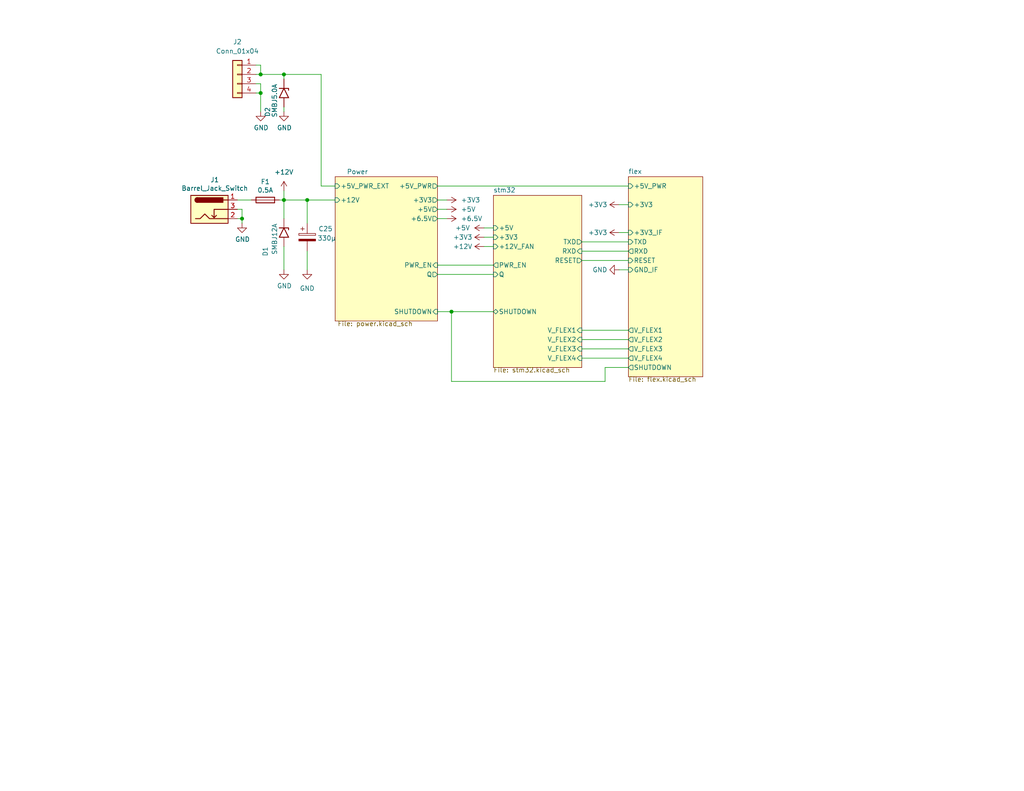
<source format=kicad_sch>
(kicad_sch (version 20231120) (generator "eeschema") (generator_version "8.0")
  (paper "A")
  (title_block (title "bitaxeHex") (date "2023-12-28") (rev "302"))
  (lib_symbols
    (symbol "Connector:Barrel_Jack_Switch" (pin_names hide)
      (property "Reference" "J" (at 0 5.334 0))
      (property "Value" "Barrel_Jack_Switch" (at 0 -5.08 0))
      (symbol "Barrel_Jack_Switch_0_1"
        (rectangle (start -5.08 3.81) (end 5.08 -3.81) (stroke (width 0.254)) (fill (type background)))
        (arc (start -3.302 3.175) (mid -3.9343 2.54) (end -3.302 1.905) (stroke (width 0.254)))
        (arc (start -3.302 3.175) (mid -3.9343 2.54) (end -3.302 1.905) (stroke (width 0.254)) (fill (type outline)))
        (polyline (pts (xy 1.27 -2.286) (xy 1.905 -1.651)) (stroke (width 0.254)))
        (polyline (pts (xy 5.08 2.54) (xy 3.81 2.54)) (stroke (width 0.254)))
        (polyline (pts (xy 5.08 0) (xy 1.27 0) (xy 1.27 -2.286) (xy 0.635 -1.651)) (stroke (width 0.254)))
        (polyline (pts (xy -3.81 -2.54) (xy -2.54 -2.54) (xy -1.27 -1.27) (xy 0 -2.54) (xy 2.54 -2.54) (xy 5.08 -2.54)) (stroke (width 0.254)))
        (rectangle (start 3.683 3.175) (end -3.302 1.905) (stroke (width 0.254)) (fill (type outline)))
      )
      (symbol "Barrel_Jack_Switch_1_1"
        (pin passive line (at 7.62 2.54 180) (length 2.54) (name "~") (number "1"))
        (pin passive line (at 7.62 -2.54 180) (length 2.54) (name "~") (number "2"))
        (pin passive line (at 7.62 0 180) (length 2.54) (name "~") (number "3"))
      )
    )
    (symbol "Connector_Generic:Conn_01x04" (pin_names (offset 1.016) hide)
      (property "Reference" "J" (at 0 5.08 0))
      (property "Value" "Conn_01x04" (at 0 -7.62 0))
      (symbol "Conn_01x04_1_1"
        (rectangle (start -1.27 -4.953) (end 0 -5.207) (stroke (width 0.1524)))
        (rectangle (start -1.27 -2.413) (end 0 -2.667) (stroke (width 0.1524)))
        (rectangle (start -1.27 0.127) (end 0 -0.127) (stroke (width 0.1524)))
        (rectangle (start -1.27 2.667) (end 0 2.413) (stroke (width 0.1524)))
        (rectangle (start -1.27 3.81) (end 1.27 -6.35) (stroke (width 0.254)) (fill (type background)))
        (pin passive line (at -5.08 2.54 0) (length 3.81) (name "Pin_1") (number "1"))
        (pin passive line (at -5.08 0 0) (length 3.81) (name "Pin_2") (number "2"))
        (pin passive line (at -5.08 -2.54 0) (length 3.81) (name "Pin_3") (number "3"))
        (pin passive line (at -5.08 -5.08 0) (length 3.81) (name "Pin_4") (number "4"))
      )
    )
    (symbol "Device:C_Polarized" (pin_numbers hide) (pin_names (offset 0.254))
      (property "Reference" "C" (at 0.635 2.54 0))
      (property "Value" "C_Polarized" (at 0.635 -2.54 0))
      (symbol "C_Polarized_0_1"
        (rectangle (start -2.286 0.508) (end 2.286 1.016))
        (polyline (pts (xy -1.778 2.286) (xy -0.762 2.286)))
        (polyline (pts (xy -1.27 2.794) (xy -1.27 1.778)))
        (rectangle (start 2.286 -0.508) (end -2.286 -1.016) (fill (type outline)))
      )
      (symbol "C_Polarized_1_1"
        (pin passive line (at 0 3.81 270) (length 2.794) (name "~") (number "1"))
        (pin passive line (at 0 -3.81 90) (length 2.794) (name "~") (number "2"))
      )
    )
    (symbol "Device:Fuse" (pin_numbers hide) (pin_names (offset 0))
      (property "Reference" "F" (at 2.032 0 90))
      (property "Value" "Fuse" (at -1.905 0 90))
      (symbol "Fuse_0_1"
        (rectangle (start -0.762 -2.54) (end 0.762 2.54) (stroke (width 0.254)))
        (polyline (pts (xy 0 2.54) (xy 0 -2.54)))
      )
      (symbol "Fuse_1_1"
        (pin passive line (at 0 3.81 270) (length 1.27) (name "~") (number "1"))
        (pin passive line (at 0 -3.81 90) (length 1.27) (name "~") (number "2"))
      )
    )
    (symbol "Diode:5KPxxA" (pin_numbers hide) (pin_names (offset 1.016) hide)
      (property "Reference" "D" (at 0 2.54 0))
      (property "Value" "5KPxxA" (at 0 -2.54 0))
      (symbol "5KPxxA_0_1"
        (polyline (pts (xy -0.762 1.27) (xy -1.27 1.27) (xy -1.27 -1.27)) (stroke (width 0.254)))
        (polyline (pts (xy 1.27 1.27) (xy 1.27 -1.27) (xy -1.27 0) (xy 1.27 1.27)) (stroke (width 0.254)))
      )
      (symbol "5KPxxA_1_1"
        (pin passive line (at -3.81 0 0) (length 2.54) (name "A1") (number "1"))
        (pin passive line (at 3.81 0 180) (length 2.54) (name "A2") (number "2"))
      )
    )
    (symbol "GND_1" (power) (pin_names (offset 0))
      (property "Value" "GND_1" (at 0 -3.81 0))
      (symbol "GND_1_0_1"
        (polyline (pts (xy 0 0) (xy 0 -1.27) (xy 1.27 -1.27) (xy 0 -2.54) (xy -1.27 -1.27) (xy 0 -1.27)))
      )
      (symbol "GND_1_1_1"
        (pin power_in line (at 0 0 270) (length 0) hide (name "GND") (number "1"))
      )
    )
    (symbol "mylib7:+6.5V" (power) (pin_names (offset 0))
      (property "Value" "+6.5V" (at 0 4.445 0))
      (symbol "+6.5V_0_1"
        (polyline (pts (xy -0.762 1.27) (xy 0 2.54)))
        (polyline (pts (xy 0 0) (xy 0 2.54)))
        (polyline (pts (xy 0 2.54) (xy 0.762 1.27)))
      )
      (symbol "+6.5V_1_1"
        (pin power_in line (at 0 0 90) (length 0) hide (name "+5V") (number "1"))
      )
    )
    (symbol "power:+12V" (power) (pin_names (offset 0))
      (property "Value" "+12V" (at 0 3.556 0))
      (symbol "+12V_0_1"
        (polyline (pts (xy -0.762 1.27) (xy 0 2.54)))
        (polyline (pts (xy 0 0) (xy 0 2.54)))
        (polyline (pts (xy 0 2.54) (xy 0.762 1.27)))
      )
      (symbol "+12V_1_1"
        (pin power_in line (at 0 0 90) (length 0) hide (name "+12V") (number "1"))
      )
    )
    (symbol "power:+3V3" (power) (pin_names (offset 0))
      (property "Value" "+3V3" (at 0 3.556 0))
      (symbol "+3V3_0_1"
        (polyline (pts (xy -0.762 1.27) (xy 0 2.54)))
        (polyline (pts (xy 0 0) (xy 0 2.54)))
        (polyline (pts (xy 0 2.54) (xy 0.762 1.27)))
      )
      (symbol "+3V3_1_1"
        (pin power_in line (at 0 0 90) (length 0) hide (name "+3V3") (number "1"))
      )
    )
    (symbol "power:+5V" (power) (pin_names (offset 0))
      (property "Value" "+5V" (at 0 3.556 0))
      (symbol "+5V_0_1"
        (polyline (pts (xy -0.762 1.27) (xy 0 2.54)))
        (polyline (pts (xy 0 0) (xy 0 2.54)))
        (polyline (pts (xy 0 2.54) (xy 0.762 1.27)))
      )
      (symbol "+5V_1_1"
        (pin power_in line (at 0 0 90) (length 0) hide (name "+5V") (number "1"))
      )
    )
    (symbol "power:GND" (power) (pin_names (offset 0))
      (property "Value" "GND" (at 0 -3.81 0))
      (symbol "GND_0_1"
        (polyline (pts (xy 0 0) (xy 0 -1.27) (xy 1.27 -1.27) (xy 0 -2.54) (xy -1.27 -1.27) (xy 0 -1.27)))
      )
      (symbol "GND_1_1"
        (pin power_in line (at 0 0 270) (length 0) hide (name "GND") (number "1"))
      )
    )
  )
  (junction (at 77.47 54.61))
  (junction (at 123.19 85.09))
  (junction (at 66.04 59.69))
  (junction (at 71.12 25.4))
  (junction (at 83.82 54.61))
  (junction (at 77.47 20.32))
  (junction (at 71.12 20.32))
  (wire (pts (xy 168.91 63.5) (xy 171.45 63.5)))
  (wire (pts (xy 66.04 57.15) (xy 66.04 59.69)))
  (wire (pts (xy 69.85 17.78) (xy 71.12 17.78)))
  (wire (pts (xy 158.75 90.17) (xy 171.45 90.17)))
  (wire (pts (xy 64.77 57.15) (xy 66.04 57.15)))
  (wire (pts (xy 158.75 97.79) (xy 171.45 97.79)))
  (wire (pts (xy 83.82 54.61) (xy 91.44 54.61)))
  (wire (pts (xy 119.38 72.39) (xy 134.62 72.39)))
  (wire (pts (xy 119.38 54.61) (xy 121.92 54.61)))
  (wire (pts (xy 87.63 50.8) (xy 91.44 50.8)))
  (wire (pts (xy 64.77 59.69) (xy 66.04 59.69)))
  (wire (pts (xy 123.19 85.09) (xy 134.62 85.09)))
  (wire (pts (xy 119.38 74.93) (xy 134.62 74.93)))
  (wire (pts (xy 165.1 100.33) (xy 165.1 104.14)))
  (wire (pts (xy 171.45 100.33) (xy 165.1 100.33)))
  (wire (pts (xy 168.91 73.66) (xy 171.45 73.66)))
  (wire (pts (xy 119.38 85.09) (xy 123.19 85.09)))
  (wire (pts (xy 158.75 66.04) (xy 171.45 66.04)))
  (wire (pts (xy 158.75 68.58) (xy 171.45 68.58)))
  (wire (pts (xy 87.63 20.32) (xy 87.63 50.8)))
  (wire (pts (xy 71.12 22.86) (xy 69.85 22.86)))
  (wire (pts (xy 71.12 25.4) (xy 71.12 22.86)))
  (wire (pts (xy 123.19 85.09) (xy 123.19 104.14)))
  (wire (pts (xy 119.38 50.8) (xy 171.45 50.8)))
  (wire (pts (xy 77.47 54.61) (xy 83.82 54.61)))
  (wire (pts (xy 83.82 54.61) (xy 83.82 60.96)))
  (wire (pts (xy 158.75 92.71) (xy 171.45 92.71)))
  (wire (pts (xy 77.47 59.69) (xy 77.47 54.61)))
  (wire (pts (xy 83.82 68.58) (xy 83.82 73.66)))
  (wire (pts (xy 87.63 20.32) (xy 77.47 20.32)))
  (wire (pts (xy 165.1 104.14) (xy 123.19 104.14)))
  (wire (pts (xy 158.75 71.12) (xy 171.45 71.12)))
  (wire (pts (xy 77.47 73.66) (xy 77.47 67.31)))
  (wire (pts (xy 132.08 64.77) (xy 134.62 64.77)))
  (wire (pts (xy 64.77 54.61) (xy 68.58 54.61)))
  (wire (pts (xy 158.75 95.25) (xy 171.45 95.25)))
  (wire (pts (xy 119.38 57.15) (xy 121.92 57.15)))
  (wire (pts (xy 77.47 20.32) (xy 77.47 21.59)))
  (wire (pts (xy 132.08 62.23) (xy 134.62 62.23)))
  (wire (pts (xy 66.04 59.69) (xy 66.04 60.96)))
  (wire (pts (xy 119.38 59.69) (xy 121.92 59.69)))
  (wire (pts (xy 132.08 67.31) (xy 134.62 67.31)))
  (wire (pts (xy 77.47 29.21) (xy 77.47 30.48)))
  (wire (pts (xy 77.47 52.07) (xy 77.47 54.61)))
  (wire (pts (xy 76.2 54.61) (xy 77.47 54.61)))
  (wire (pts (xy 69.85 20.32) (xy 71.12 20.32)))
  (wire (pts (xy 71.12 25.4) (xy 71.12 30.48)))
  (wire (pts (xy 77.47 20.32) (xy 71.12 20.32)))
  (wire (pts (xy 71.12 25.4) (xy 69.85 25.4)))
  (wire (pts (xy 168.91 55.88) (xy 171.45 55.88)))
  (wire (pts (xy 71.12 17.78) (xy 71.12 20.32)))
  (symbol (lib_id "Diode:5KPxxA") (at 77.47 63.5 270) (unit 1)
    (property "Reference" "D1" (at 72.39 67.31 0) (effects (justify left)))
    (property "Value" "SMBJ12A" (at 74.93 60.96 0) (effects (justify left)))
    (property "Footprint" "Diode_SMD:D_SMB" (effects (hide yes)))
    (property "Distributor" "D" (effects (hide yes)))
    (property "Manufacturer" "SMBJ12A" (effects (hide yes)))
    (property "OrderNr" "SMBJ12ALFCT-ND" (effects (hide yes)))
  )
  (symbol (lib_id "power:GND") (at 77.47 73.66 0) (unit 1)
    (property "Reference" "#PWR04" (effects (hide yes)))
    (property "Value" "GND" (at 77.597 78.0542 0))
  )
  (symbol (lib_id "Diode:5KPxxA") (at 77.47 25.4 270) (unit 1)
    (property "Reference" "D2" (at 73.025 29.21 0) (effects (justify left)))
    (property "Value" "SMBJ5.0A" (at 74.93 22.86 0) (effects (justify left)))
    (property "Footprint" "Diode_SMD:D_SMB" (effects (hide yes)))
    (property "Distributor" "D" (effects (hide yes)))
    (property "Manufacturer" "SMBJ5.0A" (effects (hide yes)))
    (property "OrderNr" "SMBJ5.0ALFCT-ND" (effects (hide yes)))
  )
  (symbol (lib_id "power:+3V3") (at 121.92 54.61 270) (unit 1)
    (property "Reference" "#PWR06" (effects (hide yes)))
    (property "Value" "+3V3" (at 125.73 54.61 90) (effects (justify left)))
  )
  (symbol (lib_id "Connector:Barrel_Jack_Switch") (at 57.15 57.15 0) (unit 1)
    (property "Reference" "J1" (at 58.5978 49.0982 0))
    (property "Value" "Barrel_Jack_Switch" (at 58.5978 51.4096 0))
    (property "Footprint" "Connector_BarrelJack:BarrelJack_CUI_PJ-102AH_Horizontal" (effects (hide yes)))
    (property "Distributor" "D" (effects (hide yes)))
    (property "Manufacturer" "PJ-102AH" (effects (hide yes)))
    (property "OrderNr" "CP-102AH-ND" (effects (hide yes)))
  )
  (symbol (lib_id "Connector_Generic:Conn_01x04") (at 64.77 20.32 0) (mirror y) (unit 1)
    (property "Reference" "J2" (at 64.77 11.43 0))
    (property "Value" "Conn_01x04" (at 64.77 13.97 0))
    (property "Footprint" "myfootprints:BARRIER-TERMINAL-ANYTEK-4pol" (effects (hide yes)))
    (property "Description" "Generic connector, single row, 01x04, script generated (kicad-library-utils/schlib/autogen/connector/)" (effects (hide yes)))
    (property "Distributor" "D" (effects (hide yes)))
    (property "Manufacturer" "YK5110403000G" (effects (hide yes)))
    (property "OrderNr" "YK5110403000G-ND" (effects (hide yes)))
  )
  (symbol (lib_id "power:+5V") (at 121.92 57.15 270) (unit 1)
    (property "Reference" "#PWR07" (effects (hide yes)))
    (property "Value" "+5V" (at 125.73 57.15 90) (effects (justify left)))
  )
  (symbol (lib_id "power:GND") (at 77.47 30.48 0) (unit 1)
    (property "Reference" "#PWR05" (effects (hide yes)))
    (property "Value" "GND" (at 77.597 34.8742 0))
  )
  (symbol (lib_name "GND_1") (lib_id "power:GND") (at 83.82 73.66 0) (unit 1)
    (property "Reference" "#PWR011" (effects (hide yes)))
    (property "Value" "GND" (at 83.82 78.74 0))
    (property "Description" "Power symbol creates a global label with name \"GND\" , ground" (effects (hide yes)))
  )
  (symbol (lib_id "power:+3V3") (at 168.91 63.5 90) (unit 1)
    (property "Reference" "#PWR013" (effects (hide yes)))
    (property "Value" "+3V3" (at 165.735 63.5 90) (effects (justify left)))
  )
  (symbol (lib_id "Device:Fuse") (at 72.39 54.61 270) (unit 1)
    (property "Reference" "F1" (at 72.39 49.6062 90))
    (property "Value" "0.5A" (at 72.39 51.9176 90))
    (property "Footprint" "myfootprints:fuseholder_littlefuse_blok" (effects (hide yes)))
    (property "Distributor" "D" (effects (hide yes)))
    (property "Manufacturer" "0154.500DR" (effects (hide yes)))
    (property "OrderNr" "F1220CT-ND" (effects (hide yes)))
  )
  (symbol (lib_id "power:+3V3") (at 168.91 55.88 90) (unit 1)
    (property "Reference" "#PWR012" (effects (hide yes)))
    (property "Value" "+3V3" (at 165.735 55.88 90) (effects (justify left)))
  )
  (symbol (lib_id "power:+12V") (at 77.47 52.07 0) (unit 1)
    (property "Reference" "#PWR03" (effects (hide yes)))
    (property "Value" "+12V" (at 77.47 46.99 0))
  )
  (symbol (lib_id "Device:C_Polarized") (at 83.82 64.77 0) (unit 1)
    (property "Reference" "C25" (at 86.868 62.484 0) (effects (justify left)))
    (property "Value" "330µ" (at 86.614 65.024 0) (effects (justify left)))
    (property "Footprint" "Capacitor_SMD:CP_Elec_8x10" (effects (hide yes)))
    (property "Distributor" "D" (effects (hide yes)))
    (property "Manufacturer" "A768KS337M1ELAE019" (effects (hide yes)))
    (property "OrderNr" "399-A768KS337M1ELAE019CT-ND" (effects (hide yes)))
  )
  (symbol (lib_id "power:+12V") (at 132.08 67.31 90) (unit 1)
    (property "Reference" "#PWR010" (effects (hide yes)))
    (property "Value" "+12V" (at 128.905 67.31 90) (effects (justify left)))
  )
  (symbol (lib_id "power:GND") (at 66.04 60.96 0) (unit 1)
    (property "Reference" "#PWR01" (effects (hide yes)))
    (property "Value" "GND" (at 66.167 65.3542 0))
  )
  (symbol (lib_id "power:GND") (at 71.12 30.48 0) (unit 1)
    (property "Reference" "#PWR02" (effects (hide yes)))
    (property "Value" "GND" (at 71.247 34.8742 0))
  )
  (symbol (lib_id "power:GND") (at 168.91 73.66 270) (unit 1)
    (property "Reference" "#PWR014" (effects (hide yes)))
    (property "Value" "GND" (at 165.735 73.66 90) (effects (justify right)))
  )
  (symbol (lib_id "power:+3V3") (at 132.08 64.77 90) (unit 1)
    (property "Reference" "#PWR09" (effects (hide yes)))
    (property "Value" "+3V3" (at 128.905 64.77 90) (effects (justify left)))
  )
  (symbol (lib_id "power:+5V") (at 132.08 62.23 90) (unit 1)
    (property "Reference" "#PWR08" (effects (hide yes)))
    (property "Value" "+5V" (at 128.27 62.23 90) (effects (justify left)))
  )
  (symbol (lib_id "mylib7:+6.5V") (at 121.92 59.69 270) (unit 1)
    (property "Reference" "#PWR0490" (effects (hide yes)))
    (property "Value" "+6.5V" (at 125.73 59.6899 90) (effects (justify left)))
  )
  (sheet (at 134.62 53.34) (size 24.13 46.99) (stroke (width 0.1524)) (fill (color 255 255 194 1.0000))
    (property "Sheetname" "stm32" (at 134.62 52.6284 0) (effects (justify left bottom)))
    (property "Sheetfile" "stm32.kicad_sch" (at 134.62 100.2796 0) (effects (justify left top)))
    (pin "+5V" input (at 134.62 62.23 180))
    (pin "+3V3" input (at 134.62 64.77 180))
    (pin "V_FLEX4" input (at 158.75 97.79 0))
    (pin "V_FLEX3" input (at 158.75 95.25 0))
    (pin "V_FLEX1" input (at 158.75 90.17 0))
    (pin "V_FLEX2" input (at 158.75 92.71 0))
    (pin "RESET" output (at 158.75 71.12 0))
    (pin "TXD" output (at 158.75 66.04 0))
    (pin "RXD" input (at 158.75 68.58 0))
    (pin "PWR_EN" output (at 134.62 72.39 180))
    (pin "SHUTDOWN" bidirectional (at 134.62 85.09 180))
    (pin "Q" input (at 134.62 74.93 180))
    (pin "+12V_FAN" input (at 134.62 67.31 180))
  )
  (sheet (at 171.45 48.26) (size 20.32 54.61) (stroke (width 0.1524)) (fill (color 255 255 194 1.0000))
    (property "Sheetname" "flex" (at 171.45 47.5484 0) (effects (justify left bottom)))
    (property "Sheetfile" "flex.kicad_sch" (at 171.45 102.8196 0) (effects (justify left top)))
    (pin "V_FLEX3" output (at 171.45 95.25 180))
    (pin "V_FLEX4" output (at 171.45 97.79 180))
    (pin "V_FLEX2" output (at 171.45 92.71 180))
    (pin "V_FLEX1" output (at 171.45 90.17 180))
    (pin "RESET" input (at 171.45 71.12 180))
    (pin "RXD" output (at 171.45 68.58 180))
    (pin "TXD" input (at 171.45 66.04 180))
    (pin "+3V3" input (at 171.45 55.88 180))
    (pin "+5V_PWR" input (at 171.45 50.8 180))
    (pin "SHUTDOWN" output (at 171.45 100.33 180))
    (pin "+3V3_IF" input (at 171.45 63.5 180))
    (pin "GND_IF" input (at 171.45 73.66 180))
  )
  (sheet (at 91.44 48.26) (size 27.94 39.37) (stroke (width 0.1524)) (fill (color 255 255 194 1.0000))
    (property "Sheetname" "Power" (at 94.615 47.625 0) (effects (justify left bottom)))
    (property "Sheetfile" "power.kicad_sch" (at 92.075 87.63 0) (effects (justify left top)))
    (pin "+5V" output (at 119.38 57.15 0))
    (pin "+3V3" output (at 119.38 54.61 0))
    (pin "+12V" input (at 91.44 54.61 180))
    (pin "PWR_EN" input (at 119.38 72.39 0))
    (pin "SHUTDOWN" input (at 119.38 85.09 0))
    (pin "+5V_PWR_EXT" input (at 91.44 50.8 180))
    (pin "+5V_PWR" output (at 119.38 50.8 0))
    (pin "Q" output (at 119.38 74.93 0))
    (pin "+6.5V" output (at 119.38 59.69 0))
  )
)
</source>
